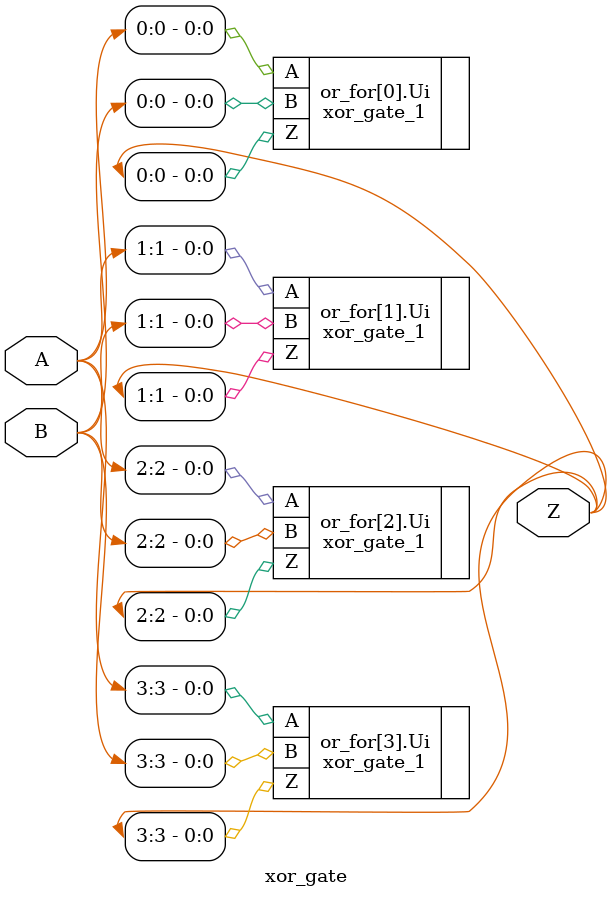
<source format=sv>
/*
Module: XOR gate for N bit

Description: This module operates the XOR gate with two input signals (N bits)
by using the behavioral model in System Verilog.
*/
module xor_gate #(parameter N = 4)(A, B, Z);
	// parametric inputs
	input [N-1:0] A, B;
	// parametric output
	output [N-1:0] Z;
	// Create an intern variable to loop
	genvar i;
	// Using a loop we can connect every bit of both inputs and assing the outputs
	generate
		for(i = 0; i < N; i = i + 1) begin: or_for
			xor_gate_1 Ui(.A(A[i]), .B(B[i]), .Z(Z[i]));
		end: or_for
	endgenerate
endmodule

</source>
